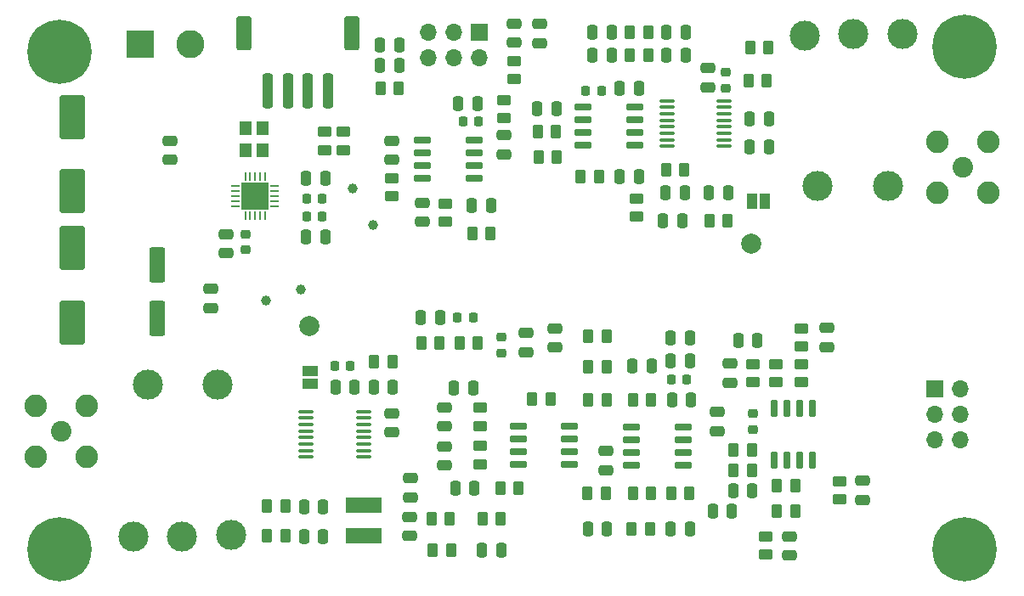
<source format=gbr>
%TF.GenerationSoftware,KiCad,Pcbnew,7.0.7*%
%TF.CreationDate,2023-12-04T17:07:47+01:00*%
%TF.ProjectId,sdrt41,73647274-3431-42e6-9b69-6361645f7063,rev?*%
%TF.SameCoordinates,Original*%
%TF.FileFunction,Soldermask,Top*%
%TF.FilePolarity,Negative*%
%FSLAX46Y46*%
G04 Gerber Fmt 4.6, Leading zero omitted, Abs format (unit mm)*
G04 Created by KiCad (PCBNEW 7.0.7) date 2023-12-04 17:07:47*
%MOMM*%
%LPD*%
G01*
G04 APERTURE LIST*
G04 Aperture macros list*
%AMRoundRect*
0 Rectangle with rounded corners*
0 $1 Rounding radius*
0 $2 $3 $4 $5 $6 $7 $8 $9 X,Y pos of 4 corners*
0 Add a 4 corners polygon primitive as box body*
4,1,4,$2,$3,$4,$5,$6,$7,$8,$9,$2,$3,0*
0 Add four circle primitives for the rounded corners*
1,1,$1+$1,$2,$3*
1,1,$1+$1,$4,$5*
1,1,$1+$1,$6,$7*
1,1,$1+$1,$8,$9*
0 Add four rect primitives between the rounded corners*
20,1,$1+$1,$2,$3,$4,$5,0*
20,1,$1+$1,$4,$5,$6,$7,0*
20,1,$1+$1,$6,$7,$8,$9,0*
20,1,$1+$1,$8,$9,$2,$3,0*%
G04 Aperture macros list end*
%ADD10RoundRect,0.250000X-0.475000X0.250000X-0.475000X-0.250000X0.475000X-0.250000X0.475000X0.250000X0*%
%ADD11RoundRect,0.250000X-0.250000X-0.475000X0.250000X-0.475000X0.250000X0.475000X-0.250000X0.475000X0*%
%ADD12RoundRect,0.250000X-0.262500X-0.450000X0.262500X-0.450000X0.262500X0.450000X-0.262500X0.450000X0*%
%ADD13RoundRect,0.250000X0.262500X0.450000X-0.262500X0.450000X-0.262500X-0.450000X0.262500X-0.450000X0*%
%ADD14C,1.000000*%
%ADD15RoundRect,0.100000X-0.637500X-0.100000X0.637500X-0.100000X0.637500X0.100000X-0.637500X0.100000X0*%
%ADD16RoundRect,0.250000X0.250000X0.475000X-0.250000X0.475000X-0.250000X-0.475000X0.250000X-0.475000X0*%
%ADD17C,2.000000*%
%ADD18RoundRect,0.250000X0.250000X1.500000X-0.250000X1.500000X-0.250000X-1.500000X0.250000X-1.500000X0*%
%ADD19RoundRect,0.250001X0.499999X1.449999X-0.499999X1.449999X-0.499999X-1.449999X0.499999X-1.449999X0*%
%ADD20RoundRect,0.250000X-0.450000X0.262500X-0.450000X-0.262500X0.450000X-0.262500X0.450000X0.262500X0*%
%ADD21R,3.600000X1.500000*%
%ADD22RoundRect,0.250000X0.475000X-0.250000X0.475000X0.250000X-0.475000X0.250000X-0.475000X-0.250000X0*%
%ADD23C,0.800000*%
%ADD24C,6.400000*%
%ADD25RoundRect,0.218750X-0.218750X-0.256250X0.218750X-0.256250X0.218750X0.256250X-0.218750X0.256250X0*%
%ADD26R,1.500000X1.000000*%
%ADD27RoundRect,0.218750X0.218750X0.256250X-0.218750X0.256250X-0.218750X-0.256250X0.218750X-0.256250X0*%
%ADD28RoundRect,0.250000X0.450000X-0.262500X0.450000X0.262500X-0.450000X0.262500X-0.450000X-0.262500X0*%
%ADD29RoundRect,0.250000X-0.550000X1.500000X-0.550000X-1.500000X0.550000X-1.500000X0.550000X1.500000X0*%
%ADD30RoundRect,0.218750X-0.256250X0.218750X-0.256250X-0.218750X0.256250X-0.218750X0.256250X0.218750X0*%
%ADD31C,3.000000*%
%ADD32C,2.050000*%
%ADD33C,2.250000*%
%ADD34RoundRect,0.250000X-1.000000X1.950000X-1.000000X-1.950000X1.000000X-1.950000X1.000000X1.950000X0*%
%ADD35RoundRect,0.150000X0.150000X-0.725000X0.150000X0.725000X-0.150000X0.725000X-0.150000X-0.725000X0*%
%ADD36RoundRect,0.150000X-0.725000X-0.150000X0.725000X-0.150000X0.725000X0.150000X-0.725000X0.150000X0*%
%ADD37R,2.800000X2.800000*%
%ADD38C,2.800000*%
%ADD39R,1.700000X1.700000*%
%ADD40O,1.700000X1.700000*%
%ADD41RoundRect,0.150000X0.725000X0.150000X-0.725000X0.150000X-0.725000X-0.150000X0.725000X-0.150000X0*%
%ADD42R,1.000000X1.500000*%
%ADD43RoundRect,0.218750X0.256250X-0.218750X0.256250X0.218750X-0.256250X0.218750X-0.256250X-0.218750X0*%
%ADD44RoundRect,0.062500X-0.062500X0.337500X-0.062500X-0.337500X0.062500X-0.337500X0.062500X0.337500X0*%
%ADD45RoundRect,0.062500X-0.337500X0.062500X-0.337500X-0.062500X0.337500X-0.062500X0.337500X0.062500X0*%
%ADD46R,2.700000X2.700000*%
%ADD47R,1.200000X1.400000*%
G04 APERTURE END LIST*
D10*
%TO.C,C35*%
X183342200Y-115534400D03*
X183342200Y-117434400D03*
%TD*%
D11*
%TO.C,C49*%
X156446200Y-73050400D03*
X158346200Y-73050400D03*
%TD*%
%TO.C,C43*%
X143083700Y-77876400D03*
X144983700Y-77876400D03*
%TD*%
D12*
%TO.C,R13*%
X139376700Y-101752400D03*
X141201700Y-101752400D03*
%TD*%
D11*
%TO.C,C9*%
X164226200Y-101244400D03*
X166126200Y-101244400D03*
%TD*%
D12*
%TO.C,R44*%
X160143200Y-73050400D03*
X161968200Y-73050400D03*
%TD*%
D13*
%TO.C,R29*%
X172316700Y-114452400D03*
X170491700Y-114452400D03*
%TD*%
D14*
%TO.C,TP3*%
X132537200Y-86410800D03*
%TD*%
D15*
%TO.C,U10*%
X163837700Y-77633400D03*
X163837700Y-78283400D03*
X163837700Y-78933400D03*
X163837700Y-79583400D03*
X163837700Y-80233400D03*
X163837700Y-80883400D03*
X163837700Y-81533400D03*
X163837700Y-82183400D03*
X169562700Y-82183400D03*
X169562700Y-81533400D03*
X169562700Y-80883400D03*
X169562700Y-80233400D03*
X169562700Y-79583400D03*
X169562700Y-78933400D03*
X169562700Y-78283400D03*
X169562700Y-77633400D03*
%TD*%
D13*
%TO.C,R38*%
X157095200Y-85215400D03*
X155270200Y-85215400D03*
%TD*%
D16*
%TO.C,C53*%
X165712200Y-73050400D03*
X163812200Y-73050400D03*
%TD*%
D17*
%TO.C,J7*%
X128219200Y-100101400D03*
%TD*%
D13*
%TO.C,R12*%
X142344700Y-122453400D03*
X140519700Y-122453400D03*
%TD*%
D16*
%TO.C,C7*%
X129601000Y-118097200D03*
X127701000Y-118097200D03*
%TD*%
D11*
%TO.C,C8*%
X130830200Y-106197400D03*
X132730200Y-106197400D03*
%TD*%
D18*
%TO.C,J3*%
X130076200Y-76662400D03*
X128076200Y-76662400D03*
X126076200Y-76662400D03*
X124076200Y-76662400D03*
D19*
X132426200Y-70912400D03*
X121726200Y-70912400D03*
%TD*%
D20*
%TO.C,R9*%
X131654648Y-80721511D03*
X131654648Y-82546511D03*
%TD*%
D16*
%TO.C,C40*%
X137170200Y-72034400D03*
X135270200Y-72034400D03*
%TD*%
D11*
%TO.C,C18*%
X164226200Y-103530400D03*
X166126200Y-103530400D03*
%TD*%
%TO.C,C27*%
X160421200Y-104038400D03*
X162321200Y-104038400D03*
%TD*%
D21*
%TO.C,L3*%
X133654800Y-117956600D03*
X133654800Y-121006600D03*
%TD*%
D22*
%TO.C,C61*%
X119964200Y-92857400D03*
X119964200Y-90957400D03*
%TD*%
D23*
%TO.C,H1*%
X191143256Y-72225200D03*
X191846200Y-70528144D03*
X191846200Y-73922256D03*
X193543256Y-69825200D03*
D24*
X193543256Y-72225200D03*
D23*
X193543256Y-74625200D03*
X195240312Y-70528144D03*
X195240312Y-73922256D03*
X195943256Y-72225200D03*
%TD*%
D25*
%TO.C,L4*%
X164261700Y-105435400D03*
X165836700Y-105435400D03*
%TD*%
D10*
%TO.C,C13*%
X136479200Y-108803400D03*
X136479200Y-110703400D03*
%TD*%
D12*
%TO.C,R37*%
X151055700Y-83210400D03*
X152880700Y-83210400D03*
%TD*%
D26*
%TO.C,JP2*%
X128346200Y-104546400D03*
X128346200Y-105846400D03*
%TD*%
D16*
%TO.C,C19*%
X144541200Y-106258400D03*
X142641200Y-106258400D03*
%TD*%
D27*
%TO.C,L12*%
X129514700Y-89179400D03*
X127939700Y-89179400D03*
%TD*%
D10*
%TO.C,C24*%
X152730200Y-100343400D03*
X152730200Y-102243400D03*
%TD*%
D11*
%TO.C,C55*%
X163718200Y-86766400D03*
X165618200Y-86766400D03*
%TD*%
%TO.C,C50*%
X144414200Y-88036400D03*
X146314200Y-88036400D03*
%TD*%
D12*
%TO.C,R28*%
X170491700Y-112420400D03*
X172316700Y-112420400D03*
%TD*%
D13*
%TO.C,R16*%
X157735200Y-116738400D03*
X155910200Y-116738400D03*
%TD*%
D12*
%TO.C,R2*%
X124032000Y-121009200D03*
X125857000Y-121009200D03*
%TD*%
%TO.C,R47*%
X172137700Y-72288400D03*
X173962700Y-72288400D03*
%TD*%
D10*
%TO.C,C41*%
X136474200Y-81601900D03*
X136474200Y-83501900D03*
%TD*%
D28*
%TO.C,R23*%
X173690200Y-122881400D03*
X173690200Y-121056400D03*
%TD*%
D13*
%TO.C,R18*%
X162283700Y-107467400D03*
X160458700Y-107467400D03*
%TD*%
D12*
%TO.C,R45*%
X163755700Y-84480400D03*
X165580700Y-84480400D03*
%TD*%
D16*
%TO.C,C6*%
X129601000Y-121107200D03*
X127701000Y-121107200D03*
%TD*%
D20*
%TO.C,R36*%
X147650200Y-77537900D03*
X147650200Y-79362900D03*
%TD*%
D11*
%TO.C,C21*%
X145435200Y-122453400D03*
X147335200Y-122453400D03*
%TD*%
D10*
%TO.C,C56*%
X167970200Y-74386400D03*
X167970200Y-76286400D03*
%TD*%
D22*
%TO.C,C4*%
X114376200Y-83525400D03*
X114376200Y-81625400D03*
%TD*%
D29*
%TO.C,C3*%
X113106200Y-93972400D03*
X113106200Y-99372400D03*
%TD*%
D30*
%TO.C,L6*%
X172420200Y-108838900D03*
X172420200Y-110413900D03*
%TD*%
D31*
%TO.C,T2*%
X178892200Y-86138400D03*
X185892200Y-86138400D03*
X187325000Y-70986000D03*
X182452200Y-70978400D03*
X177571400Y-71138400D03*
%TD*%
D20*
%TO.C,R35*%
X136474200Y-85345900D03*
X136474200Y-87170900D03*
%TD*%
D10*
%TO.C,C39*%
X148666200Y-69917900D03*
X148666200Y-71817900D03*
%TD*%
D13*
%TO.C,R7*%
X149075700Y-116230400D03*
X147250700Y-116230400D03*
%TD*%
D11*
%TO.C,C51*%
X163464200Y-89560400D03*
X165364200Y-89560400D03*
%TD*%
D30*
%TO.C,L2*%
X147401200Y-101218900D03*
X147401200Y-102793900D03*
%TD*%
D11*
%TO.C,C38*%
X135270200Y-74066400D03*
X137170200Y-74066400D03*
%TD*%
D27*
%TO.C,L5*%
X144533700Y-99218400D03*
X142958700Y-99218400D03*
%TD*%
D10*
%TO.C,C11*%
X141686200Y-112105400D03*
X141686200Y-114005400D03*
%TD*%
D28*
%TO.C,R5*%
X145242200Y-110091900D03*
X145242200Y-108266900D03*
%TD*%
D32*
%TO.C,J2*%
X103505000Y-110591600D03*
D33*
X100965000Y-108051600D03*
X100965000Y-113131600D03*
X106045000Y-108051600D03*
X106045000Y-113131600D03*
%TD*%
D22*
%TO.C,C36*%
X170134200Y-105750400D03*
X170134200Y-103850400D03*
%TD*%
D13*
%TO.C,R21*%
X166093700Y-116738400D03*
X164268700Y-116738400D03*
%TD*%
D34*
%TO.C,C1*%
X104597200Y-79256400D03*
X104597200Y-86656400D03*
%TD*%
D11*
%TO.C,C31*%
X170962200Y-101498400D03*
X172862200Y-101498400D03*
%TD*%
D12*
%TO.C,R19*%
X156013700Y-104165400D03*
X157838700Y-104165400D03*
%TD*%
%TO.C,R22*%
X156013700Y-101117400D03*
X157838700Y-101117400D03*
%TD*%
%TO.C,R1*%
X124032000Y-118059200D03*
X125857000Y-118059200D03*
%TD*%
%TO.C,R17*%
X160331700Y-120294400D03*
X162156700Y-120294400D03*
%TD*%
D11*
%TO.C,C15*%
X142768200Y-116291400D03*
X144668200Y-116291400D03*
%TD*%
D22*
%TO.C,C20*%
X138231800Y-121041200D03*
X138231800Y-119141200D03*
%TD*%
D27*
%TO.C,L10*%
X129514700Y-87401400D03*
X127939700Y-87401400D03*
%TD*%
D23*
%TO.C,H4*%
X100927200Y-72732400D03*
X101630144Y-71035344D03*
X101630144Y-74429456D03*
X103327200Y-70332400D03*
D24*
X103327200Y-72732400D03*
D23*
X103327200Y-75132400D03*
X105024256Y-71035344D03*
X105024256Y-74429456D03*
X105727200Y-72732400D03*
%TD*%
D35*
%TO.C,U7*%
X174579200Y-113471400D03*
X175849200Y-113471400D03*
X177119200Y-113471400D03*
X178389200Y-113471400D03*
X178389200Y-108321400D03*
X177119200Y-108321400D03*
X175849200Y-108321400D03*
X174579200Y-108321400D03*
%TD*%
D28*
%TO.C,R26*%
X177246200Y-105712900D03*
X177246200Y-103887900D03*
%TD*%
D22*
%TO.C,C46*%
X139522200Y-89710900D03*
X139522200Y-87810900D03*
%TD*%
D15*
%TO.C,U3*%
X127901700Y-108621400D03*
X127901700Y-109271400D03*
X127901700Y-109921400D03*
X127901700Y-110571400D03*
X127901700Y-111221400D03*
X127901700Y-111871400D03*
X127901700Y-112521400D03*
X127901700Y-113171400D03*
X133626700Y-113171400D03*
X133626700Y-112521400D03*
X133626700Y-111871400D03*
X133626700Y-111221400D03*
X133626700Y-110571400D03*
X133626700Y-109921400D03*
X133626700Y-109271400D03*
X133626700Y-108621400D03*
%TD*%
D36*
%TO.C,U9*%
X155489200Y-78257400D03*
X155489200Y-79527400D03*
X155489200Y-80797400D03*
X155489200Y-82067400D03*
X160639200Y-82067400D03*
X160639200Y-80797400D03*
X160639200Y-79527400D03*
X160639200Y-78257400D03*
%TD*%
D20*
%TO.C,R32*%
X172420200Y-103887900D03*
X172420200Y-105712900D03*
%TD*%
D13*
%TO.C,R25*%
X176634700Y-118516400D03*
X174809700Y-118516400D03*
%TD*%
%TO.C,R41*%
X152814700Y-80670400D03*
X150989700Y-80670400D03*
%TD*%
D12*
%TO.C,R34*%
X135307700Y-76352400D03*
X137132700Y-76352400D03*
%TD*%
D16*
%TO.C,C54*%
X169936200Y-86766400D03*
X168036200Y-86766400D03*
%TD*%
D12*
%TO.C,R39*%
X144451700Y-90830400D03*
X146276700Y-90830400D03*
%TD*%
D14*
%TO.C,TP1*%
X127406400Y-96469200D03*
%TD*%
D30*
%TO.C,L9*%
X169748200Y-74802900D03*
X169748200Y-76377900D03*
%TD*%
D36*
%TO.C,U8*%
X139487200Y-81559400D03*
X139487200Y-82829400D03*
X139487200Y-84099400D03*
X139487200Y-85369400D03*
X144637200Y-85369400D03*
X144637200Y-84099400D03*
X144637200Y-82829400D03*
X144637200Y-81559400D03*
%TD*%
D22*
%TO.C,C33*%
X176098200Y-122956400D03*
X176098200Y-121056400D03*
%TD*%
D10*
%TO.C,C32*%
X179786200Y-100294400D03*
X179786200Y-102194400D03*
%TD*%
D13*
%TO.C,R6*%
X142217700Y-119278400D03*
X140392700Y-119278400D03*
%TD*%
%TO.C,R20*%
X162283700Y-116738400D03*
X160458700Y-116738400D03*
%TD*%
D12*
%TO.C,R43*%
X160143200Y-70764400D03*
X161968200Y-70764400D03*
%TD*%
D25*
%TO.C,L8*%
X155752700Y-76606400D03*
X157327700Y-76606400D03*
%TD*%
D37*
%TO.C,J1*%
X111368200Y-72014400D03*
D38*
X116368200Y-72014400D03*
%TD*%
D20*
%TO.C,R42*%
X160858200Y-87377900D03*
X160858200Y-89202900D03*
%TD*%
D31*
%TO.C,T1*%
X119100600Y-105904000D03*
X112100600Y-105904000D03*
X110667800Y-121056400D03*
X115540600Y-121064000D03*
X120421400Y-120904000D03*
%TD*%
D17*
%TO.C,J8*%
X172288200Y-91846400D03*
%TD*%
D22*
%TO.C,C37*%
X151206200Y-71864900D03*
X151206200Y-69964900D03*
%TD*%
D10*
%TO.C,C42*%
X147650200Y-81056400D03*
X147650200Y-82956400D03*
%TD*%
D16*
%TO.C,C52*%
X165712200Y-70764400D03*
X163812200Y-70764400D03*
%TD*%
D10*
%TO.C,C12*%
X141686200Y-108229400D03*
X141686200Y-110129400D03*
%TD*%
D28*
%TO.C,R40*%
X141808200Y-89710900D03*
X141808200Y-87885900D03*
%TD*%
D11*
%TO.C,C29*%
X168422200Y-118516400D03*
X170322200Y-118516400D03*
%TD*%
%TO.C,C44*%
X150952200Y-78384400D03*
X152852200Y-78384400D03*
%TD*%
D39*
%TO.C,J4*%
X190576200Y-106339400D03*
D40*
X193116200Y-106339400D03*
X190576200Y-108879400D03*
X193116200Y-108879400D03*
X190576200Y-111419400D03*
X193116200Y-111419400D03*
%TD*%
D11*
%TO.C,C23*%
X155976200Y-120294400D03*
X157876200Y-120294400D03*
%TD*%
D22*
%TO.C,C14*%
X138277600Y-117195600D03*
X138277600Y-115295600D03*
%TD*%
D32*
%TO.C,J6*%
X193370200Y-84226400D03*
D33*
X190830200Y-81686400D03*
X190830200Y-86766400D03*
X195910200Y-81686400D03*
X195910200Y-86766400D03*
%TD*%
D11*
%TO.C,C58*%
X172100200Y-82194400D03*
X174000200Y-82194400D03*
%TD*%
D36*
%TO.C,U6*%
X160320200Y-110134400D03*
X160320200Y-111404400D03*
X160320200Y-112674400D03*
X160320200Y-113944400D03*
X165470200Y-113944400D03*
X165470200Y-112674400D03*
X165470200Y-111404400D03*
X165470200Y-110134400D03*
%TD*%
D13*
%TO.C,R4*%
X136502700Y-103657400D03*
X134677700Y-103657400D03*
%TD*%
D10*
%TO.C,C10*%
X149814200Y-100802400D03*
X149814200Y-102702400D03*
%TD*%
D20*
%TO.C,R31*%
X181056200Y-115571900D03*
X181056200Y-117396900D03*
%TD*%
D22*
%TO.C,C5*%
X118389400Y-98282800D03*
X118389400Y-96382800D03*
%TD*%
D40*
%TO.C,J5*%
X140106400Y-73355200D03*
X140106400Y-70815200D03*
X142646400Y-73355200D03*
X142646400Y-70815200D03*
X145186400Y-73355200D03*
D39*
X145186400Y-70815200D03*
%TD*%
D16*
%TO.C,C59*%
X129804200Y-85369400D03*
X127904200Y-85369400D03*
%TD*%
D28*
%TO.C,R3*%
X145242200Y-113901900D03*
X145242200Y-112076900D03*
%TD*%
D13*
%TO.C,R15*%
X157838700Y-107467400D03*
X156013700Y-107467400D03*
%TD*%
D25*
%TO.C,L1*%
X130738700Y-104038400D03*
X132313700Y-104038400D03*
%TD*%
D12*
%TO.C,R14*%
X143186700Y-101752400D03*
X145011700Y-101752400D03*
%TD*%
D14*
%TO.C,TP2*%
X123952000Y-97586800D03*
%TD*%
D20*
%TO.C,R24*%
X177246200Y-100331900D03*
X177246200Y-102156900D03*
%TD*%
D10*
%TO.C,C30*%
X168864200Y-108676400D03*
X168864200Y-110576400D03*
%TD*%
D12*
%TO.C,R8*%
X150425700Y-107340400D03*
X152250700Y-107340400D03*
%TD*%
D16*
%TO.C,C26*%
X166131200Y-120294400D03*
X164231200Y-120294400D03*
%TD*%
D41*
%TO.C,U4*%
X154167200Y-113878400D03*
X154167200Y-112608400D03*
X154167200Y-111338400D03*
X154167200Y-110068400D03*
X149017200Y-110068400D03*
X149017200Y-111338400D03*
X149017200Y-112608400D03*
X149017200Y-113878400D03*
%TD*%
D25*
%TO.C,L7*%
X143535200Y-79654400D03*
X145110200Y-79654400D03*
%TD*%
D42*
%TO.C,JP5*%
X173598600Y-87680800D03*
X172298600Y-87680800D03*
%TD*%
D11*
%TO.C,C48*%
X156446200Y-70764400D03*
X158346200Y-70764400D03*
%TD*%
%TO.C,C34*%
X170454200Y-116484400D03*
X172354200Y-116484400D03*
%TD*%
D16*
%TO.C,C47*%
X161046200Y-76352400D03*
X159146200Y-76352400D03*
%TD*%
D20*
%TO.C,R10*%
X129749648Y-80721511D03*
X129749648Y-82546511D03*
%TD*%
D12*
%TO.C,R46*%
X168073700Y-89560400D03*
X169898700Y-89560400D03*
%TD*%
D43*
%TO.C,L11*%
X121869200Y-92506900D03*
X121869200Y-90931900D03*
%TD*%
D44*
%TO.C,U11*%
X123840200Y-85213400D03*
X123340200Y-85213400D03*
X122840200Y-85213400D03*
X122340200Y-85213400D03*
X121840200Y-85213400D03*
D45*
X120890200Y-86163400D03*
X120890200Y-86663400D03*
X120890200Y-87163400D03*
X120890200Y-87663400D03*
X120890200Y-88163400D03*
D44*
X121840200Y-89113400D03*
X122340200Y-89113400D03*
X122840200Y-89113400D03*
X123340200Y-89113400D03*
X123840200Y-89113400D03*
D45*
X124790200Y-88163400D03*
X124790200Y-87663400D03*
X124790200Y-87163400D03*
X124790200Y-86663400D03*
X124790200Y-86163400D03*
D46*
X122840200Y-87163400D03*
%TD*%
D28*
%TO.C,R30*%
X174706200Y-105712900D03*
X174706200Y-103887900D03*
%TD*%
D14*
%TO.C,TP4*%
X134569200Y-90017600D03*
%TD*%
D12*
%TO.C,R27*%
X174809700Y-115976400D03*
X176634700Y-115976400D03*
%TD*%
D13*
%TO.C,R11*%
X147297700Y-119278400D03*
X145472700Y-119278400D03*
%TD*%
D11*
%TO.C,C17*%
X134640200Y-106197400D03*
X136540200Y-106197400D03*
%TD*%
D20*
%TO.C,R33*%
X148666200Y-73661900D03*
X148666200Y-75486900D03*
%TD*%
D11*
%TO.C,C22*%
X139339200Y-99212400D03*
X141239200Y-99212400D03*
%TD*%
%TO.C,C57*%
X172100200Y-79400400D03*
X174000200Y-79400400D03*
%TD*%
D23*
%TO.C,H2*%
X191143256Y-122407344D03*
X191846200Y-120710288D03*
X191846200Y-124104400D03*
X193543256Y-120007344D03*
D24*
X193543256Y-122407344D03*
D23*
X193543256Y-124807344D03*
X195240312Y-120710288D03*
X195240312Y-124104400D03*
X195943256Y-122407344D03*
%TD*%
D12*
%TO.C,R48*%
X171987200Y-75590400D03*
X173812200Y-75590400D03*
%TD*%
D22*
%TO.C,C28*%
X157815200Y-114452400D03*
X157815200Y-112552400D03*
%TD*%
D23*
%TO.C,H3*%
X100927200Y-122326400D03*
X101630144Y-120629344D03*
X101630144Y-124023456D03*
X103327200Y-119926400D03*
D24*
X103327200Y-122326400D03*
D23*
X103327200Y-124726400D03*
X105024256Y-120629344D03*
X105024256Y-124023456D03*
X105727200Y-122326400D03*
%TD*%
D34*
%TO.C,C2*%
X104597200Y-92337400D03*
X104597200Y-99737400D03*
%TD*%
D47*
%TO.C,Y2*%
X123608200Y-82532400D03*
X123608200Y-80332400D03*
X121908200Y-80332400D03*
X121908200Y-82532400D03*
%TD*%
D11*
%TO.C,C45*%
X159146200Y-85215400D03*
X161046200Y-85215400D03*
%TD*%
D16*
%TO.C,C25*%
X166258200Y-107467400D03*
X164358200Y-107467400D03*
%TD*%
%TO.C,C60*%
X129804200Y-91211400D03*
X127904200Y-91211400D03*
%TD*%
M02*

</source>
